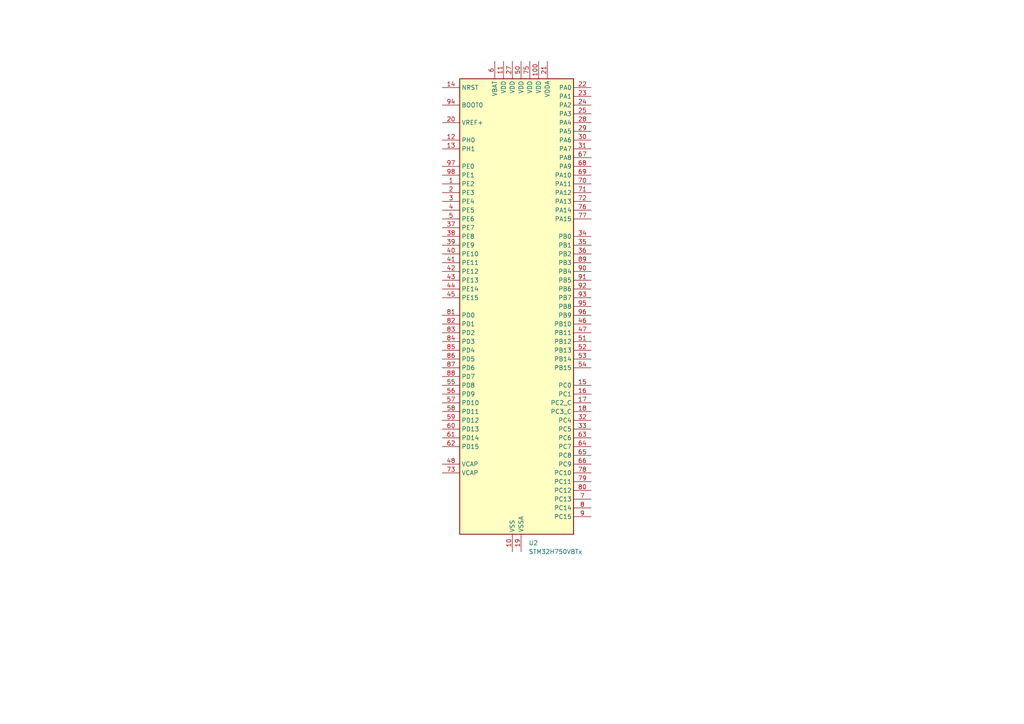
<source format=kicad_sch>
(kicad_sch (version 20231120) (generator "eeschema") (generator_version "8.0")
  (paper "A4")
  (lib_symbols
    (symbol "MCU_ST_STM32H7:STM32H750VBTx"
      (property "Reference" "U" (at -15.24 67.31 0))
      (property "Value" "STM32H750VBTx" (at 12.7 67.31 0))
      (symbol "STM32H750VBTx_0_1"
        (rectangle (start -15.24 -66.04) (end 17.78 66.04) (stroke (width 0.254)) (fill (type background)))
      )
      (symbol "STM32H750VBTx_1_1"
        (pin bidirectional line (at -20.32 35.56 0) (length 5.08) (name "PE2") (number "1"))
        (pin power_in line (at 0 -71.12 90) (length 5.08) (name "VSS") (number "10"))
        (pin power_in line (at 7.62 71.12 270) (length 5.08) (name "VDD") (number "100"))
        (pin power_in line (at -2.54 71.12 270) (length 5.08) (name "VDD") (number "11"))
        (pin bidirectional line (at -20.32 48.26 0) (length 5.08) (name "PH0") (number "12"))
        (pin bidirectional line (at -20.32 45.72 0) (length 5.08) (name "PH1") (number "13"))
        (pin input line (at -20.32 63.5 0) (length 5.08) (name "NRST") (number "14"))
        (pin bidirectional line (at 22.86 -22.86 180) (length 5.08) (name "PC0") (number "15"))
        (pin bidirectional line (at 22.86 -25.4 180) (length 5.08) (name "PC1") (number "16"))
        (pin bidirectional line (at 22.86 -27.94 180) (length 5.08) (name "PC2_C") (number "17"))
        (pin bidirectional line (at 22.86 -30.48 180) (length 5.08) (name "PC3_C") (number "18"))
        (pin power_in line (at 2.54 -71.12 90) (length 5.08) (name "VSSA") (number "19"))
        (pin bidirectional line (at -20.32 33.02 0) (length 5.08) (name "PE3") (number "2"))
        (pin input line (at -20.32 53.34 0) (length 5.08) (name "VREF+") (number "20"))
        (pin power_in line (at 10.16 71.12 270) (length 5.08) (name "VDDA") (number "21"))
        (pin bidirectional line (at 22.86 63.5 180) (length 5.08) (name "PA0") (number "22"))
        (pin bidirectional line (at 22.86 60.96 180) (length 5.08) (name "PA1") (number "23"))
        (pin bidirectional line (at 22.86 58.42 180) (length 5.08) (name "PA2") (number "24"))
        (pin bidirectional line (at 22.86 55.88 180) (length 5.08) (name "PA3") (number "25"))
        (pin passive line (at 0 -71.12 90) (length 5.08) hide (name "VSS") (number "26"))
        (pin power_in line (at 0 71.12 270) (length 5.08) (name "VDD") (number "27"))
        (pin bidirectional line (at 22.86 53.34 180) (length 5.08) (name "PA4") (number "28"))
        (pin bidirectional line (at 22.86 50.8 180) (length 5.08) (name "PA5") (number "29"))
        (pin bidirectional line (at -20.32 30.48 0) (length 5.08) (name "PE4") (number "3"))
        (pin bidirectional line (at 22.86 48.26 180) (length 5.08) (name "PA6") (number "30"))
        (pin bidirectional line (at 22.86 45.72 180) (length 5.08) (name "PA7") (number "31"))
        (pin bidirectional line (at 22.86 -33.02 180) (length 5.08) (name "PC4") (number "32"))
        (pin bidirectional line (at 22.86 -35.56 180) (length 5.08) (name "PC5") (number "33"))
        (pin bidirectional line (at 22.86 20.32 180) (length 5.08) (name "PB0") (number "34"))
        (pin bidirectional line (at 22.86 17.78 180) (length 5.08) (name "PB1") (number "35"))
        (pin bidirectional line (at 22.86 15.24 180) (length 5.08) (name "PB2") (number "36"))
        (pin bidirectional line (at -20.32 22.86 0) (length 5.08) (name "PE7") (number "37"))
        (pin bidirectional line (at -20.32 20.32 0) (length 5.08) (name "PE8") (number "38"))
        (pin bidirectional line (at -20.32 17.78 0) (length 5.08) (name "PE9") (number "39"))
        (pin bidirectional line (at -20.32 27.94 0) (length 5.08) (name "PE5") (number "4"))
        (pin bidirectional line (at -20.32 15.24 0) (length 5.08) (name "PE10") (number "40"))
        (pin bidirectional line (at -20.32 12.7 0) (length 5.08) (name "PE11") (number "41"))
        (pin bidirectional line (at -20.32 10.16 0) (length 5.08) (name "PE12") (number "42"))
        (pin bidirectional line (at -20.32 7.62 0) (length 5.08) (name "PE13") (number "43"))
        (pin bidirectional line (at -20.32 5.08 0) (length 5.08) (name "PE14") (number "44"))
        (pin bidirectional line (at -20.32 2.54 0) (length 5.08) (name "PE15") (number "45"))
        (pin bidirectional line (at 22.86 -5.08 180) (length 5.08) (name "PB10") (number "46"))
        (pin bidirectional line (at 22.86 -7.62 180) (length 5.08) (name "PB11") (number "47"))
        (pin power_out line (at -20.32 -45.72 0) (length 5.08) (name "VCAP") (number "48"))
        (pin passive line (at 0 -71.12 90) (length 5.08) hide (name "VSS") (number "49"))
        (pin bidirectional line (at -20.32 25.4 0) (length 5.08) (name "PE6") (number "5"))
        (pin power_in line (at 2.54 71.12 270) (length 5.08) (name "VDD") (number "50"))
        (pin bidirectional line (at 22.86 -10.16 180) (length 5.08) (name "PB12") (number "51"))
        (pin bidirectional line (at 22.86 -12.7 180) (length 5.08) (name "PB13") (number "52"))
        (pin bidirectional line (at 22.86 -15.24 180) (length 5.08) (name "PB14") (number "53"))
        (pin bidirectional line (at 22.86 -17.78 180) (length 5.08) (name "PB15") (number "54"))
        (pin bidirectional line (at -20.32 -22.86 0) (length 5.08) (name "PD8") (number "55"))
        (pin bidirectional line (at -20.32 -25.4 0) (length 5.08) (name "PD9") (number "56"))
        (pin bidirectional line (at -20.32 -27.94 0) (length 5.08) (name "PD10") (number "57"))
        (pin bidirectional line (at -20.32 -30.48 0) (length 5.08) (name "PD11") (number "58"))
        (pin bidirectional line (at -20.32 -33.02 0) (length 5.08) (name "PD12") (number "59"))
        (pin power_in line (at -5.08 71.12 270) (length 5.08) (name "VBAT") (number "6"))
        (pin bidirectional line (at -20.32 -35.56 0) (length 5.08) (name "PD13") (number "60"))
        (pin bidirectional line (at -20.32 -38.1 0) (length 5.08) (name "PD14") (number "61"))
        (pin bidirectional line (at -20.32 -40.64 0) (length 5.08) (name "PD15") (number "62"))
        (pin bidirectional line (at 22.86 -38.1 180) (length 5.08) (name "PC6") (number "63"))
        (pin bidirectional line (at 22.86 -40.64 180) (length 5.08) (name "PC7") (number "64"))
        (pin bidirectional line (at 22.86 -43.18 180) (length 5.08) (name "PC8") (number "65"))
        (pin bidirectional line (at 22.86 -45.72 180) (length 5.08) (name "PC9") (number "66"))
        (pin bidirectional line (at 22.86 43.18 180) (length 5.08) (name "PA8") (number "67"))
        (pin bidirectional line (at 22.86 40.64 180) (length 5.08) (name "PA9") (number "68"))
        (pin bidirectional line (at 22.86 38.1 180) (length 5.08) (name "PA10") (number "69"))
        (pin bidirectional line (at 22.86 -55.88 180) (length 5.08) (name "PC13") (number "7"))
        (pin bidirectional line (at 22.86 35.56 180) (length 5.08) (name "PA11") (number "70"))
        (pin bidirectional line (at 22.86 33.02 180) (length 5.08) (name "PA12") (number "71"))
        (pin bidirectional line (at 22.86 30.48 180) (length 5.08) (name "PA13") (number "72"))
        (pin power_out line (at -20.32 -48.26 0) (length 5.08) (name "VCAP") (number "73"))
        (pin passive line (at 0 -71.12 90) (length 5.08) hide (name "VSS") (number "74"))
        (pin power_in line (at 5.08 71.12 270) (length 5.08) (name "VDD") (number "75"))
        (pin bidirectional line (at 22.86 27.94 180) (length 5.08) (name "PA14") (number "76"))
        (pin bidirectional line (at 22.86 25.4 180) (length 5.08) (name "PA15") (number "77"))
        (pin bidirectional line (at 22.86 -48.26 180) (length 5.08) (name "PC10") (number "78"))
        (pin bidirectional line (at 22.86 -50.8 180) (length 5.08) (name "PC11") (number "79"))
        (pin bidirectional line (at 22.86 -58.42 180) (length 5.08) (name "PC14") (number "8"))
        (pin bidirectional line (at 22.86 -53.34 180) (length 5.08) (name "PC12") (number "80"))
        (pin bidirectional line (at -20.32 -2.54 0) (length 5.08) (name "PD0") (number "81"))
        (pin bidirectional line (at -20.32 -5.08 0) (length 5.08) (name "PD1") (number "82"))
        (pin bidirectional line (at -20.32 -7.62 0) (length 5.08) (name "PD2") (number "83"))
        (pin bidirectional line (at -20.32 -10.16 0) (length 5.08) (name "PD3") (number "84"))
        (pin bidirectional line (at -20.32 -12.7 0) (length 5.08) (name "PD4") (number "85"))
        (pin bidirectional line (at -20.32 -15.24 0) (length 5.08) (name "PD5") (number "86"))
        (pin bidirectional line (at -20.32 -17.78 0) (length 5.08) (name "PD6") (number "87"))
        (pin bidirectional line (at -20.32 -20.32 0) (length 5.08) (name "PD7") (number "88"))
        (pin bidirectional line (at 22.86 12.7 180) (length 5.08) (name "PB3") (number "89"))
        (pin bidirectional line (at 22.86 -60.96 180) (length 5.08) (name "PC15") (number "9"))
        (pin bidirectional line (at 22.86 10.16 180) (length 5.08) (name "PB4") (number "90"))
        (pin bidirectional line (at 22.86 7.62 180) (length 5.08) (name "PB5") (number "91"))
        (pin bidirectional line (at 22.86 5.08 180) (length 5.08) (name "PB6") (number "92"))
        (pin bidirectional line (at 22.86 2.54 180) (length 5.08) (name "PB7") (number "93"))
        (pin input line (at -20.32 58.42 0) (length 5.08) (name "BOOT0") (number "94"))
        (pin bidirectional line (at 22.86 0 180) (length 5.08) (name "PB8") (number "95"))
        (pin bidirectional line (at 22.86 -2.54 180) (length 5.08) (name "PB9") (number "96"))
        (pin bidirectional line (at -20.32 40.64 0) (length 5.08) (name "PE0") (number "97"))
        (pin bidirectional line (at -20.32 38.1 0) (length 5.08) (name "PE1") (number "98"))
        (pin passive line (at 0 -71.12 90) (length 5.08) hide (name "VSS") (number "99"))
      )
    )
  )
  (symbol (lib_id "MCU_ST_STM32H7:STM32H750VBTx") (at 148.59 88.9 0) (unit 1)
    (property "Reference" "U2" (at 153.3241 157.48 0) (effects (justify left)))
    (property "Value" "STM32H750VBTx" (at 153.3241 160.02 0) (effects (justify left)))
    (property "Footprint" "Package_QFP:LQFP-100_14x14mm_P0.5mm" (effects (hide yes)))
    (property "Datasheet" "https://www.st.com/resource/en/datasheet/stm32h750vb.pdf" (effects (hide yes)))
    (property "Description" "STMicroelectronics Arm Cortex-M7 MCU, 128KB flash, 1024KB RAM, 480 MHz, 1.71-3.6V, 82 GPIO, LQFP100" (effects (hide yes)))
  )
)
</source>
